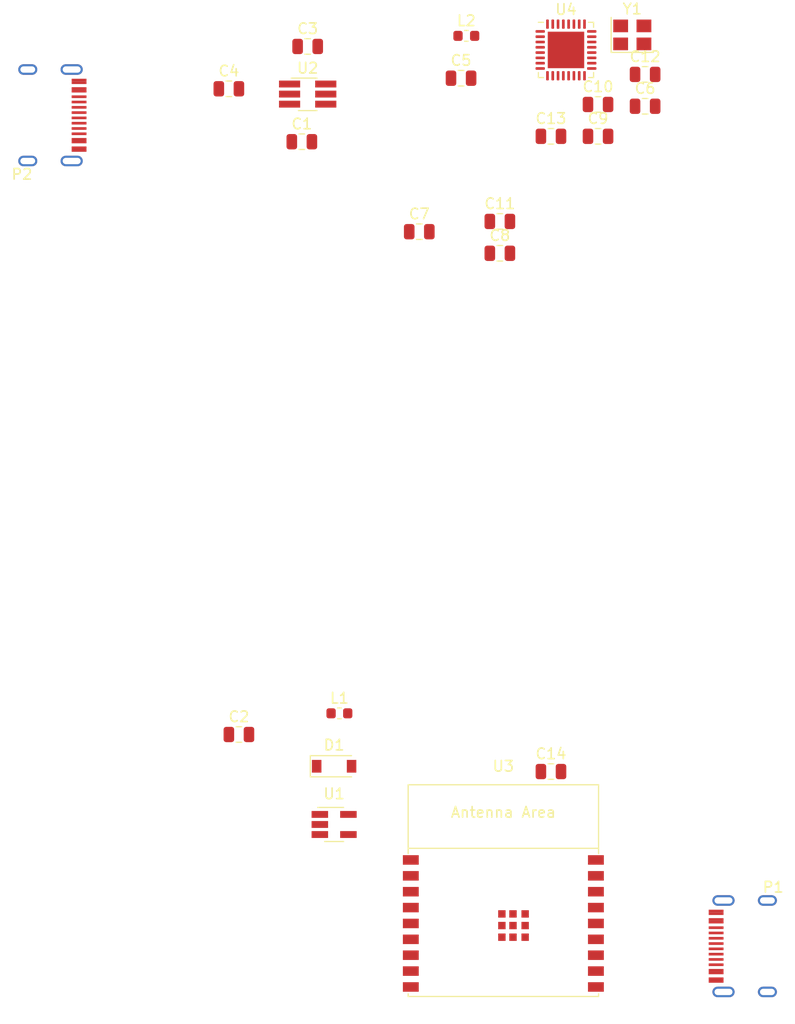
<source format=kicad_pcb>
(kicad_pcb (version 20211014) (generator pcbnew)
  (layers (0 "F.Cu" signal) (31 "B.Cu" signal) (34 "B.Paste" user) (35 "F.Paste" user) (36 "B.SilkS" user "B.Silkscreen") (37 "F.SilkS" user "F.Silkscreen") (38 "B.Mask" user) (39 "F.Mask" user) (44 "Edge.Cuts" user))
  (net 0 "")
  (net 1 "VBUS")
  (net 2 "VSS")
  (net 3 "VAA")
  (net 4 "Net-(C3-Pad1)")
  (net 5 "Net-(C3-Pad2)")
  (net 6 "VCC")
  (net 7 "Net-(C5-Pad2)")
  (net 8 "Net-(C8-Pad2)")
  (net 9 "Net-(C12-Pad1)")
  (net 10 "Net-(D1-Pad2)")
  (net 11 "+5V")
  (net 13 "D2+")
  (net 14 "D2-")
  (net 19 "D1+")
  (net 20 "D1-")
  (net 25 "GPIOB9")
  (net 26 "GPIOB8")
  (net 27 "GPIOB7")
  (net 28 "GPIOB6")
  (net 29 "GPIOB5")
  (net 30 "GPIOB4")
  (net 31 "EN2")
  (net 32 "GPIOB10")
  (net 33 "GPIOB20")
  (net 34 "GPIOB21")
  (net 35 "GPIOB3")
  (net 36 "GPIOB2")
  (net 37 "GPIOB1")
  (net 38 "GPIOB03")
  (net 39 "LNA")
  (net 40 "GPIO0")
  (net 41 "GPIO1")
  (net 42 "GPIO2")
  (net 43 "EN")
  (net 44 "GPIO3")
  (net 45 "GPIO4")
  (net 46 "GPIO5")
  (net 47 "GPIO6")
  (net 48 "GPIO7")
  (net 49 "GPIO8")
  (net 50 "Boot")
  (net 51 "GPIO10")
  (net 52 "GPIO11")
  (net 53 "GPIO12")
  (net 54 "GPIO13")
  (net 55 "GPIO14")
  (net 56 "GPIO15")
  (net 57 "GPIO16")
  (net 58 "GPIO17")
  (net 59 "GPIO20")
  (net 60 "GPIO21")
  (footprint "Capacitor_SMD:C_0805_2012Metric" (layer "F.Cu") (at 175.67 63.53)
    (fp_text reference "C11" (at 0 -1.68) (layer "F.SilkS"))
    (fp_text value "10nF")
    (fp_line (start -0.261252 -0.735) (end 0.261252 -0.735) (layer "F.SilkS") (width 0.12))
    (fp_line (start -0.261252 0.735) (end 0.261252 0.735) (layer "F.SilkS") (width 0.12))
    (pad "1" smd roundrect (at -0.95 0) (size 1 1.45) (layers "F.Cu" "F.Paste" "F.Mask") (net 6 "VCC"))
    (pad "2" smd roundrect (at 0.95 0) (size 1 1.45) (layers "F.Cu" "F.Paste" "F.Mask") (net 2 "VSS"))
  )
  (footprint "Inductor_SMD:L_0603_1608Metric" (layer "F.Cu") (at 160.5 110)
    (fp_text reference "L1" (at 0 -1.43) (layer "F.SilkS"))
    (fp_text value "L_Small")
    (fp_line (start -0.162779 0.51) (end 0.162779 0.51) (layer "F.SilkS") (width 0.12))
    (fp_line (start -0.162779 -0.51) (end 0.162779 -0.51) (layer "F.SilkS") (width 0.12))
    (pad "1" smd roundrect (at -0.7875 0) (size 0.875 0.95) (layers "F.Cu" "F.Paste" "F.Mask") (net 11 "+5V"))
    (pad "2" smd roundrect (at 0.7875 0) (size 0.875 0.95) (layers "F.Cu" "F.Paste" "F.Mask") (net 10 "Net-(D1-Pad2)"))
  )
  (footprint "Inductor_SMD:L_0603_1608Metric" (layer "F.Cu") (at 172.5 46)
    (fp_text reference "L2" (at 0 -1.43) (layer "F.SilkS"))
    (fp_text value "2nH")
    (fp_line (start -0.162779 -0.51) (end 0.162779 -0.51) (layer "F.SilkS") (width 0.12))
    (fp_line (start -0.162779 0.51) (end 0.162779 0.51) (layer "F.SilkS") (width 0.12))
    (pad "1" smd roundrect (at -0.7875 0) (size 0.875 0.95) (layers "F.Cu" "F.Paste" "F.Mask") (net 6 "VCC"))
    (pad "2" smd roundrect (at 0.7875 0) (size 0.875 0.95) (layers "F.Cu" "F.Paste" "F.Mask") (net 9 "Net-(C12-Pad1)"))
  )
  (footprint "BadgePirates:USB_C_Receptical-Jing" (layer "F.Cu") (at 196.8125 132 90)
    (fp_text reference "P1" (at 5.575 4.7) (layer "F.SilkS"))
    (fp_text value "USB_C_Plug")
    (pad "" np_thru_hole circle (at 2.89 0.5 90) (size 0.65 0.65) (drill 0.65) (layers *.Cu *.Mask))
    (pad "" np_thru_hole circle (at -2.89 0.5 90) (size 0.65 0.65) (drill 0.65) (layers *.Cu *.Mask))
    (pad "A1" smd rect (at -3.325 -0.7 90) (size 0.25 1.4) (layers "F.Cu" "F.Paste" "F.Mask") (net 2 "VSS"))
    (pad "A4" smd rect (at -2.525 -0.7 90) (size 0.25 1.4) (layers "F.Cu" "F.Paste" "F.Mask") (net 11 "+5V"))
    (pad "A5" smd rect (at -1.25 -0.7 90) (size 0.25 1.4) (layers "F.Cu" "F.Paste" "F.Mask"))
    (pad "A6" smd rect (at -0.25 -0.7 90) (size 0.25 1.4) (layers "F.Cu" "F.Paste" "F.Mask") (net 13 "D2+"))
    (pad "A7" smd rect (at 0.25 -0.7 90) (size 0.25 1.4) (layers "F.Cu" "F.Paste" "F.Mask") (net 14 "D2-"))
    (pad "A8" smd rect (at -1.75 -0.7 90) (size 0.25 1.4) (layers "F.Cu" "F.Paste" "F.Mask"))
    (pad "A9" smd rect (at 2.525 -0.7 90) (size 0.25 1.4) (layers "F.Cu" "F.Paste" "F.Mask") (net 11 "+5V"))
    (pad "A12" smd rect (at 3.325 -0.7 90) (size 0.25 1.4) (layers "F.Cu" "F.Paste" "F.Mask") (net 2 "VSS"))
    (pad "B1" smd rect (at 3.075 -0.7 90) (size 0.25 1.4) (layers "F.Cu" "F.Paste" "F.Mask") (net 2 "VSS"))
    (pad "B4" smd rect (at 2.275 -0.7 90) (size 0.25 1.4) (layers "F.Cu" "F.Paste" "F.Mask") (net 11 "+5V"))
    (pad "B5" smd rect (at 1.75 -0.7 90) (size 0.25 1.4) (layers "F.Cu" "F.Paste" "F.Mask"))
    (pad "B6" smd rect (at 0.75 -0.7 90) (size 0.25 1.4) (layers "F.Cu" "F.Paste" "F.Mask"))
    (pad "B7" smd rect (at -0.75 -0.7 90) (size 0.25 1.4) (layers "F.Cu" "F.Paste" "F.Mask"))
    (pad "B8" smd rect (at 1.25 -0.7 90) (size 0.25 1.4) (layers "F.Cu" "F.Paste" "F.Mask"))
    (pad "B9" smd rect (at -2.275 -0.7 90) (size 0.25 1.4) (layers "F.Cu" "F.Paste" "F.Mask") (net 11 "+5V"))
    (pad "B12" smd rect (at -3.075 -0.7 90) (size 0.25 1.4) (layers "F.Cu" "F.Paste" "F.Mask") (net 2 "VSS"))
    (pad "S1" thru_hole oval (at -4.32 4.15 90) (size 1 1.8) (drill oval 0.6 1.4) (layers *.Cu *.Mask "F.Paste") (net 2 "VSS"))
    (pad "S1" thru_hole oval (at 4.32 0 90) (size 1 2.1) (drill oval 0.6 1.7) (layers *.Cu *.Mask "F.Paste") (net 2 "VSS"))
    (pad "S1" thru_hole oval (at -4.32 0 90) (size 1 2.1) (drill oval 0.6 1.7) (layers *.Cu *.Mask "F.Paste") (net 2 "VSS"))
    (pad "S1" thru_hole oval (at 4.32 4.15 90) (size 1 1.8) (drill oval 0.6 1.4) (layers *.Cu *.Mask "F.Paste") (net 2 "VSS"))
  )
  (footprint "Package_DFN_QFN:QFN-32-1EP_5x5mm_P0.5mm_EP3.45x3.45mm" (layer "F.Cu") (at 181.92 47.33)
    (fp_text reference "U4" (at 0 -3.82) (layer "F.SilkS"))
    (fp_text value "ESP32-C3")
    (fp_line (start 2.135 -2.61) (end 2.61 -2.61) (layer "F.SilkS") (width 0.12))
    (fp_line (start 2.61 -2.61) (end 2.61 -2.135) (layer "F.SilkS") (width 0.12))
    (fp_line (start 2.61 2.61) (end 2.61 2.135) (layer "F.SilkS") (width 0.12))
    (fp_line (start 2.135 2.61) (end 2.61 2.61) (layer "F.SilkS") (width 0.12))
    (fp_line (start -2.61 2.61) (end -2.61 2.135) (layer "F.SilkS") (width 0.12))
    (fp_line (start -2.135 -2.61) (end -2.61 -2.61) (layer "F.SilkS") (width 0.12))
    (fp_line (start -2.135 2.61) (end -2.61 2.61) (layer "F.SilkS") (width 0.12))
    (pad "1" smd roundrect (at -2.4375 -1.75) (size 0.875 0.25) (layers "F.Cu" "F.Paste" "F.Mask") (net 39 "LNA"))
    (pad "2" smd roundrect (at -2.4375 -1.25) (size 0.875 0.25) (layers "F.Cu" "F.Paste" "F.Mask") (net 9 "Net-(C12-Pad1)"))
    (pad "3" smd roundrect (at -2.4375 -0.75) (size 0.875 0.25) (layers "F.Cu" "F.Paste" "F.Mask") (net 9 "Net-(C12-Pad1)"))
    (pad "4" smd roundrect (at -2.4375 -0.25) (size 0.875 0.25) (layers "F.Cu" "F.Paste" "F.Mask") (net 40 "GPIO0"))
    (pad "5" smd roundrect (at -2.4375 0.25) (size 0.875 0.25) (layers "F.Cu" "F.Paste" "F.Mask") (net 41 "GPIO1"))
    (pad "6" smd roundrect (at -2.4375 0.75) (size 0.875 0.25) (layers "F.Cu" "F.Paste" "F.Mask") (net 42 "GPIO2"))
    (pad "7" smd roundrect (at -2.4375 1.25) (size 0.875 0.25) (layers "F.Cu" "F.Paste" "F.Mask") (net 43 "EN"))
    (pad "8" smd roundrect (at -2.4375 1.75) (size 0.875 0.25) (layers "F.Cu" "F.Paste" "F.Mask") (net 44 "GPIO3"))
    (pad "9" smd roundrect (at -1.75 2.4375) (size 0.25 0.875) (layers "F.Cu" "F.Paste" "F.Mask") (net 45 "GPIO4"))
    (pad "10" smd roundrect (at -1.25 2.4375) (size 0.25 0.875) (layers "F.Cu" "F.Paste" "F.Mask") (net 46 "GPIO5"))
    (pad "11" smd roundrect (at -0.75 2.4375) (size 0.25 0.875) (layers "F.Cu" "F.Paste" "F.Mask") (net 6 "VCC"))
    (pad "12" smd roundrect (at -0.25 2.4375) (size 0.25 0.875) (layers "F.Cu" "F.Paste" "F.Mask") (net 47 "GPIO6"))
    (pad "13" smd roundrect (at 0.25 2.4375) (size 0.25 0.875) (layers "F.Cu" "F.Paste" "F.Mask") (net 48 "GPIO7"))
    (pad "14" smd roundrect (at 0.75 2.4375) (size 0.25 0.875) (layers "F.Cu" "F.Paste" "F.Mask") (net 49 "GPIO8"))
    (pad "15" smd roundrect (at 1.25 2.4375) (size 0.25 0.875) (layers "F.Cu" "F.Paste" "F.Mask") (net 50 "Boot"))
    (pad "16" smd roundrect (at 1.75 2.4375) (size 0.25 0.875) (layers "F.Cu" "F.Paste" "F.Mask") (net 51 "GPIO10"))
    (pad "17" smd roundrect (at 2.4375 1.75) (size 0.875 0.25) (layers "F.Cu" "F.Paste" "F.Mask") (net 6 "VCC"))
    (pad "18" smd roundrect (at 2.4375 1.25) (size 0.875 0.25) (layers "F.Cu" "F.Paste" "F.Mask") (net 52 "GPIO11"))
    (pad "19" smd roundrect (at 2.4375 0.75) (size 0.875 0.25) (layers "F.Cu" "F.Paste" "F.Mask") (net 53 "GPIO12"))
    (pad "20" smd roundrect (at 2.4375 0.25) (size 0.875 0.25) (layers "F.Cu" "F.Paste" "F.Mask") (net 54 "GPIO13"))
    (pad "21" smd roundrect (at 2.4375 -0.25) (size 0.875 0.25) (layers "F.Cu" "F.Paste" "F.Mask") (net 55 "GPIO14"))
    (pad "22" smd roundrect (at 2.4375 -0.75) (size 0.875 0.25) (layers "F.Cu" "F.Paste" "F.Mask") (net 56 "GPIO15"))
    (pad "23" smd roundrect (at 2.4375 -1.25) (size 0.875 0.25) (layers "F.Cu" "F.Paste" "F.Mask") (net 57 "GPIO16"))
    (pad "24" smd roundrect (at 2.4375 -1.75) (size 0.875 0.25) (layers "F.Cu" "F.Paste" "F.Mask") (net 58 "GPIO17"))
    (pad "25" smd roundrect (at 1.75 -2.4375) (size 0.25 0.875) (layers "F.Cu" "F.Paste" "F.Mask") (net 20 "D1-"))
    (pad "26" smd roundrect (at 1.25 -2.4375) (size 0.25 0.875) (layers "F.Cu" "F.Paste" "F.Mask") (net 19 "D1+"))
    (pad "27" smd roundrect (at 0.75 -2.4375) (size 0.25 0.875) (layers "F.Cu" "F.Paste" "F.Mask") (net 59 "GPIO20"))
    (pad "28" smd roundrect (at 0.25 -2.4375) (size 0.25 0.875) (layers "F.Cu" "F.Paste" "F.Mask") (net 60 "GPIO21"))
    (pad "29" smd roundrect (at -0.25 -2.4375) (size 0.25 0.875) (layers "F.Cu" "F.Paste" "F.Mask") (net 8 "Net-(C8-Pad2)"))
    (pad "30" smd roundrect (at -0.75 -2.4375) (size 0.25 0.875) (layers "F.Cu" "F.Paste" "F.Mask") (net 7 "Net-(C5-Pad2)"))
    (pad "31" smd roundrect (at -1.25 -2.4375) (size 0.25 0.875) (layers "F.Cu" "F.Paste" "F.Mask") (net 6 "VCC"))
    (pad "32" smd roundrect (at -1.75 -2.4375) (size 0.25 0.875) (layers "F.Cu" "F.Paste" "F.Mask") (net 6 "VCC"))
    (pad "33" smd rect (at 0 0) (size 3.45 3.45) (layers "F.Cu" "F.Mask") (net 2 "VSS"))
  )
  (footprint "BadgePirates:USB_C_Receptical-Jing" (layer "F.Cu") (at 135.1875 53.5 -90)
    (fp_text reference "P2" (at 5.575 4.7) (layer "F.SilkS"))
    (fp_text value "USB_C_Plug")
    (pad "" np_thru_hole circle (at 2.89 0.5 270) (size 0.65 0.65) (drill 0.65) (layers *.Cu *.Mask))
    (pad "" np_thru_hole circle (at -2.89 0.5 270) (size 0.65 0.65) (drill 0.65) (layers *.Cu *.Mask))
    (pad "A1" smd rect (at -3.325 -0.7 270) (size 0.25 1.4) (layers "F.Cu" "F.Paste" "F.Mask") (net 2 "VSS"))
    (pad "A4" smd rect (at -2.525 -0.7 270) (size 0.25 1.4) (layers "F.Cu" "F.Paste" "F.Mask") (net 1 "VBUS"))
    (pad "A5" smd rect (at -1.25 -0.7 270) (size 0.25 1.4) (layers "F.Cu" "F.Paste" "F.Mask"))
    (pad "A6" smd rect (at -0.25 -0.7 270) (size 0.25 1.4) (layers "F.Cu" "F.Paste" "F.Mask") (net 19 "D1+"))
    (pad "A7" smd rect (at 0.25 -0.7 270) (size 0.25 1.4) (layers "F.Cu" "F.Paste" "F.Mask") (net 20 "D1-"))
    (pad "A8" smd rect (at -1.75 -0.7 270) (size 0.25 1.4) (layers "F.Cu" "F.Paste" "F.Mask"))
    (pad "A9" smd rect (at 2.525 -0.7 270) (size 0.25 1.4) (layers "F.Cu" "F.Paste" "F.Mask") (net 1 "VBUS"))
    (pad "A12" smd rect (at 3.325 -0.7 270) (size 0.25 1.4) (layers "F.Cu" "F.Paste" "F.Mask") (net 2 "VSS"))
    (pad "B1" smd rect (at 3.075 -0.7 270) (size 0.25 1.4) (layers "F.Cu" "F.Paste" "F.Mask") (net 2 "VSS"))
    (pad "B4" smd rect (at 2.275 -0.7 270) (size 0.25 1.4) (layers "F.Cu" "F.Paste" "F.Mask") (net 1 "VBUS"))
    (pad "B5" smd rect (at 1.75 -0.7 270) (size 0.25 1.4) (layers "F.Cu" "F.Paste" "F.Mask"))
    (pad "B6" smd rect (at 0.75 -0.7 270) (size 0.25 1.4) (layers "F.Cu" "F.Paste" "F.Mask"))
    (pad "B7" smd rect (at -0.75 -0.7 270) (size 0.25 1.4) (layers "F.Cu" "F.Paste" "F.Mask"))
    (pad "B8" smd rect (at 1.25 -0.7 270) (size 0.25 1.4) (layers "F.Cu" "F.Paste" "F.Mask"))
    (pad "B9" smd rect (at -2.275 -0.7 270) (size 0.25 1.4) (layers "F.Cu" "F.Paste" "F.Mask") (net 1 "VBUS"))
    (pad "B12" smd rect (at -3.075 -0.7 270) (size 0.25 1.4) (layers "F.Cu" "F.Paste" "F.Mask") (net 2 "VSS"))
    (pad "S1" thru_hole oval (at 4.32 4.15 270) (size 1 1.8) (drill oval 0.6 1.4) (layers *.Cu *.Mask "F.Paste") (net 2 "VSS"))
    (pad "S1" thru_hole oval (at -4.32 4.15 270) (size 1 1.8) (drill oval 0.6 1.4) (layers *.Cu *.Mask "F.Paste") (net 2 "VSS"))
    (pad "S1" thru_hole oval (at -4.32 0 270) (size 1 2.1) (drill oval 0.6 1.7) (layers *.Cu *.Mask "F.Paste") (net 2 "VSS"))
    (pad "S1" thru_hole oval (at 4.32 0 270) (size 1 2.1) (drill oval 0.6 1.7) (layers *.Cu *.Mask "F.Paste") (net 2 "VSS"))
  )
  (footprint "Diode_SMD:D_SOD-123" (layer "F.Cu") (at 160 115)
    (fp_text reference "D1" (at 0 -2) (layer "F.SilkS"))
    (fp_text value "Schottky")
    (fp_line (start -2.25 1) (end 1.65 1) (layer "F.SilkS") (width 0.12))
    (fp_line (start -2.25 -1) (end -2.25 1) (layer "F.SilkS") (width 0.12))
    (fp_line (start -2.25 -1) (end 1.65 -1) (layer "F.SilkS") (width 0.12))
    (pad "1" smd rect (at -1.65 0) (size 0.9 1.2) (layers "F.Cu" "F.Paste" "F.Mask") (net 3 "VAA"))
    (pad "2" smd rect (at 1.65 0) (size 0.9 1.2) (layers "F.Cu" "F.Paste" "F.Mask") (net 10 "Net-(D1-Pad2)"))
  )
  (footprint "Capacitor_SMD:C_0805_2012Metric" (layer "F.Cu") (at 157.5 47)
    (fp_text reference "C3" (at 0 -1.68) (layer "F.SilkS"))
    (fp_text value "2.2uF")
    (fp_line (start -0.261252 -0.735) (end 0.261252 -0.735) (layer "F.SilkS") (width 0.12))
    (fp_line (start -0.261252 0.735) (end 0.261252 0.735) (layer "F.SilkS") (width 0.12))
    (pad "1" smd roundrect (at -0.95 0) (size 1 1.45) (layers "F.Cu" "F.Paste" "F.Mask") (net 4 "Net-(C3-Pad1)"))
    (pad "2" smd roundrect (at 0.95 0) (size 1 1.45) (layers "F.Cu" "F.Paste" "F.Mask") (net 5 "Net-(C3-Pad2)"))
  )
  (footprint "Capacitor_SMD:C_0805_2012Metric" (layer "F.Cu") (at 184.95 52.48)
    (fp_text reference "C10" (at 0 -1.68) (layer "F.SilkS"))
    (fp_text value "100nF")
    (fp_line (start -0.261252 -0.735) (end 0.261252 -0.735) (layer "F.SilkS") (width 0.12))
    (fp_line (start -0.261252 0.735) (end 0.261252 0.735) (layer "F.SilkS") (width 0.12))
    (pad "1" smd roundrect (at -0.95 0) (size 1 1.45) (layers "F.Cu" "F.Paste" "F.Mask") (net 6 "VCC"))
    (pad "2" smd roundrect (at 0.95 0) (size 1 1.45) (layers "F.Cu" "F.Paste" "F.Mask") (net 2 "VSS"))
  )
  (footprint "Capacitor_SMD:C_0805_2012Metric" (layer "F.Cu") (at 151 112)
    (fp_text reference "C2" (at 0 -1.68) (layer "F.SilkS"))
    (fp_text value "47uF")
    (fp_line (start -0.261252 0.735) (end 0.261252 0.735) (layer "F.SilkS") (width 0.12))
    (fp_line (start -0.261252 -0.735) (end 0.261252 -0.735) (layer "F.SilkS") (width 0.12))
    (pad "1" smd roundrect (at -0.95 0) (size 1 1.45) (layers "F.Cu" "F.Paste" "F.Mask") (net 2 "VSS"))
    (pad "2" smd roundrect (at 0.95 0) (size 1 1.45) (layers "F.Cu" "F.Paste" "F.Mask") (net 3 "VAA"))
  )
  (footprint "Capacitor_SMD:C_0805_2012Metric" (layer "F.Cu") (at 168.05 64.5)
    (fp_text reference "C7" (at 0 -1.68) (layer "F.SilkS"))
    (fp_text value "1uF")
    (fp_line (start -0.261252 -0.735) (end 0.261252 -0.735) (layer "F.SilkS") (width 0.12))
    (fp_line (start -0.261252 0.735) (end 0.261252 0.735) (layer "F.SilkS") (width 0.12))
    (pad "1" smd roundrect (at -0.95 0) (size 1 1.45) (layers "F.Cu" "F.Paste" "F.Mask") (net 6 "VCC"))
    (pad "2" smd roundrect (at 0.95 0) (size 1 1.45) (layers "F.Cu" "F.Paste" "F.Mask") (net 2 "VSS"))
  )
  (footprint "Capacitor_SMD:C_0805_2012Metric" (layer "F.Cu") (at 180.5 55.49)
    (fp_text reference "C13" (at 0 -1.68) (layer "F.SilkS"))
    (fp_text value "100nF")
    (fp_line (start -0.261252 0.735) (end 0.261252 0.735) (layer "F.SilkS") (width 0.12))
    (fp_line (start -0.261252 -0.735) (end 0.261252 -0.735) (layer "F.SilkS") (width 0.12))
    (pad "1" smd roundrect (at -0.95 0) (size 1 1.45) (layers "F.Cu" "F.Paste" "F.Mask") (net 6 "VCC"))
    (pad "2" smd roundrect (at 0.95 0) (size 1 1.45) (layers "F.Cu" "F.Paste" "F.Mask") (net 2 "VSS"))
  )
  (footprint "Capacitor_SMD:C_0805_2012Metric" (layer "F.Cu") (at 156.95 56)
    (fp_text reference "C1" (at 0 -1.68) (layer "F.SilkS"))
    (fp_text value "10uF")
    (fp_line (start -0.261252 0.735) (end 0.261252 0.735) (layer "F.SilkS") (width 0.12))
    (fp_line (start -0.261252 -0.735) (end 0.261252 -0.735) (layer "F.SilkS") (width 0.12))
    (pad "1" smd roundrect (at -0.95 0) (size 1 1.45) (layers "F.Cu" "F.Paste" "F.Mask") (net 1 "VBUS"))
    (pad "2" smd roundrect (at 0.95 0) (size 1 1.45) (layers "F.Cu" "F.Paste" "F.Mask") (net 2 "VSS"))
  )
  (footprint "Capacitor_SMD:C_0805_2012Metric" (layer "F.Cu") (at 172 50)
    (fp_text reference "C5" (at 0 -1.68) (layer "F.SilkS"))
    (fp_text value "C_Small")
    (fp_line (start -0.261252 -0.735) (end 0.261252 -0.735) (layer "F.SilkS") (width 0.12))
    (fp_line (start -0.261252 0.735) (end 0.261252 0.735) (layer "F.SilkS") (width 0.12))
    (pad "1" smd roundrect (at -0.95 0) (size 1 1.45) (layers "F.Cu" "F.Paste" "F.Mask") (net 2 "VSS"))
    (pad "2" smd roundrect (at 0.95 0) (size 1 1.45) (layers "F.Cu" "F.Paste" "F.Mask") (net 7 "Net-(C5-Pad2)"))
  )
  (footprint "Package_TO_SOT_SMD:SOT-23-5_HandSoldering" (layer "F.Cu") (at 160 120.5)
    (fp_text reference "U1" (at 0 -2.9) (layer "F.SilkS"))
    (fp_text value "RN5RK331A")
    (fp_line (start 0.9 -1.61) (end -1.55 -1.61) (layer "F.SilkS") (width 0.12))
    (fp_line (start -0.9 1.61) (end 0.9 1.61) (layer "F.SilkS") (width 0.12))
    (pad "1" smd rect (at -1.35 -0.95) (size 1.56 0.65) (layers "F.Cu" "F.Paste" "F.Mask") (net 3 "VAA"))
    (pad "2" smd rect (at -1.35 0) (size 1.56 0.65) (layers "F.Cu" "F.Paste" "F.Mask") (net 3 "VAA"))
    (pad "3" smd rect (at -1.35 0.95) (size 1.56 0.65) (layers "F.Cu" "F.Paste" "F.Mask"))
    (pad "4" smd rect (at 1.35 0.95) (size 1.56 0.65) (layers "F.Cu" "F.Paste" "F.Mask") (net 2 "VSS"))
    (pad "5" smd rect (at 1.35 -0.95) (size 1.56 0.65) (layers "F.Cu" "F.Paste" "F.Mask") (net 10 "Net-(D1-Pad2)"))
  )
  (footprint "Capacitor_SMD:C_0805_2012Metric" (layer "F.Cu") (at 175.67 66.54)
    (fp_text reference "C8" (at 0 -1.68) (layer "F.SilkS"))
    (fp_text value "C_Small")
    (fp_line (start -0.261252 0.735) (end 0.261252 0.735) (layer "F.SilkS") (width 0.12))
    (fp_line (start -0.261252 -0.735) (end 0.261252 -0.735) (layer "F.SilkS") (width 0.12))
    (pad "1" smd roundrect (at -0.95 0) (size 1 1.45) (layers "F.Cu" "F.Paste" "F.Mask") (net 2 "VSS"))
    (pad "2" smd roundrect (at 0.95 0) (size 1 1.45) (layers "F.Cu" "F.Paste" "F.Mask") (net 8 "Net-(C8-Pad2)"))
  )
  (footprint "Capacitor_SMD:C_0805_2012Metric" (layer "F.Cu") (at 189.4 52.65)
    (fp_text reference "C6" (at 0 -1.68) (layer "F.SilkS"))
    (fp_text value "10uF")
    (fp_line (start -0.261252 0.735) (end 0.261252 0.735) (layer "F.SilkS") (width 0.12))
    (fp_line (start -0.261252 -0.735) (end 0.261252 -0.735) (layer "F.SilkS") (width 0.12))
    (pad "1" smd roundrect (at -0.95 0) (size 1 1.45) (layers "F.Cu" "F.Paste" "F.Mask") (net 6 "VCC"))
    (pad "2" smd roundrect (at 0.95 0) (size 1 1.45) (layers "F.Cu" "F.Paste" "F.Mask") (net 2 "VSS"))
  )
  (footprint "Package_TO_SOT_SMD:TSOT-23-6_HandSoldering" (layer "F.Cu") (at 157.5 51.5)
    (fp_text reference "U2" (at 0 -2.45) (layer "F.SilkS"))
    (fp_text value "XDS_TX4310B")
    (fp_line (start -0.88 1.56) (end 0.88 1.56) (layer "F.SilkS") (width 0.12))
    (fp_line (start 0.88 -1.51) (end -1.55 -1.51) (layer "F.SilkS") (width 0.12))
    (pad "1" smd rect (at -1.71 -0.95) (size 2 0.65) (layers "F.Cu" "F.Paste" "F.Mask") (net 6 "VCC"))
    (pad "2" smd rect (at -1.71 0) (size 2 0.65) (layers "F.Cu" "F.Paste" "F.Mask") (net 2 "VSS"))
    (pad "3" smd rect (at -1.71 0.95) (size 2 0.65) (layers "F.Cu" "F.Paste" "F.Mask") (net 1 "VBUS"))
    (pad "4" smd rect (at 1.71 0.95) (size 2 0.65) (layers "F.Cu" "F.Paste" "F.Mask") (net 5 "Net-(C3-Pad2)"))
    (pad "5" smd rect (at 1.71 0) (size 2 0.65) (layers "F.Cu" "F.Paste" "F.Mask") (net 1 "VBUS"))
    (pad "6" smd rect (at 1.71 -0.95) (size 2 0.65) (layers "F.Cu" "F.Paste" "F.Mask") (net 4 "Net-(C3-Pad1)"))
  )
  (footprint "Capacitor_SMD:C_0805_2012Metric" (layer "F.Cu") (at 189.4 49.64)
    (fp_text reference "C12" (at 0 -1.68) (layer "F.SilkS"))
    (fp_text value "100nF")
    (fp_line (start -0.261252 -0.735) (end 0.261252 -0.735) (layer "F.SilkS") (width 0.12))
    (fp_line (start -0.261252 0.735) (end 0.261252 0.735) (layer "F.SilkS") (width 0.12))
    (pad "1" smd roundrect (at -0.95 0) (size 1 1.45) (layers "F.Cu" "F.Paste" "F.Mask") (net 9 "Net-(C12-Pad1)"))
    (pad "2" smd roundrect (at 0.95 0) (size 1 1.45) (layers "F.Cu" "F.Paste" "F.Mask") (net 2 "VSS"))
  )
  (footprint "Capacitor_SMD:C_0805_2012Metric" (layer "F.Cu") (at 184.95 55.49)
    (fp_text reference "C9" (at 0 -1.68) (layer "F.SilkS"))
    (fp_text value "100nF")
    (fp_line (start -0.261252 -0.735) (end 0.261252 -0.735) (layer "F.SilkS") (width 0.12))
    (fp_line (start -0.261252 0.735) (end 0.261252 0.735) (layer "F.SilkS") (width 0.12))
    (pad "1" smd roundrect (at -0.95 0) (size 1 1.45) (layers "F.Cu" "F.Paste" "F.Mask") (net 6 "VCC"))
    (pad "2" smd roundrect (at 0.95 0) (size 1 1.45) (layers "F.Cu" "F.Paste" "F.Mask") (net 2 "VSS"))
  )
  (footprint "Crystal:Crystal_SMD_3225-4Pin_3.2x2.5mm" (layer "F.Cu") (at 188.19 45.91)
    (fp_text reference "Y1" (at 0 -2.45) (layer "F.SilkS"))
    (fp_text value "40MHz")
    (fp_line (start -2 1.65) (end 2 1.65) (layer "F.SilkS") (width 0.12))
    (fp_line (start -2 -1.65) (end -2 1.65) (layer "F.SilkS") (width 0.12))
    (pad "1" smd rect (at -1.1 0.85) (size 1.4 1.2) (layers "F.Cu" "F.Paste" "F.Mask") (net 7 "Net-(C5-Pad2)"))
    (pad "2" smd rect (at 1.1 0.85) (size 1.4 1.2) (layers "F.Cu" "F.Paste" "F.Mask") (net 2 "VSS"))
    (pad "3" smd rect (at 1.1 -0.85) (size 1.4 1.2) (layers "F.Cu" "F.Paste" "F.Mask") (net 8 "Net-(C8-Pad2)"))
    (pad "4" smd rect (at -1.1 -0.85) (size 1.4 1.2) (layers "F.Cu" "F.Paste" "F.Mask") (net 2 "VSS"))
  )
  (footprint "Capacitor_SMD:C_0805_2012Metric" (layer "F.Cu") (at 150.05 51)
    (fp_text reference "C4" (at 0 -1.68) (layer "F.SilkS"))
    (fp_text value "10uF")
    (fp_line (start -0.261252 -0.735) (end 0.261252 -0.735) (layer "F.SilkS") (width 0.12))
    (fp_line (start -0.261252 0.735) (end 0.261252 0.735) (layer "F.SilkS") (width 0.12))
    (pad "1" smd roundrect (at -0.95 0) (size 1 1.45) (layers "F.Cu" "F.Paste" "F.Mask") (net 6 "VCC"))
    (pad "2" smd roundrect (at 0.95 0) (size 1 1.45) (layers "F.Cu" "F.Paste" "F.Mask") (net 2 "VSS"))
  )
  (footprint "Capacitor_SMD:C_0805_2012Metric" (layer "F.Cu") (at 180.5 115.5)
    (fp_text reference "C14" (at 0 -1.68) (layer "F.SilkS"))
    (fp_text value "C_Small")
    (fp_line (start -0.261252 0.735) (end 0.261252 0.735) (layer "F.SilkS") (width 0.12))
    (fp_line (start -0.261252 -0.735) (end 0.261252 -0.735) (layer "F.SilkS") (width 0.12))
    (pad "1" smd roundrect (at -0.95 0) (size 1 1.45) (layers "F.Cu" "F.Paste" "F.Mask") (net 3 "VAA"))
    (pad "2" smd roundrect (at 0.95 0) (size 1 1.45) (layers "F.Cu" "F.Paste" "F.Mask") (net 2 "VSS"))
  )
  (footprint "Espressif:ESP32-C3-WROOM-02" (layer "F.Cu") (at 176 128)
    (fp_text reference "U3" (at 0 -13) (layer "F.SilkS"))
    (fp_text value "ESP32-C3-WROOM-02")
    (fp_text user "Antenna Area" (at 0 -8.65) (layer "F.SilkS"))
    (fp_line (start 9 8.75) (end -9 8.75) (layer "F.SilkS") (width 0.12))
    (fp_line (start 9 8.5) (end 9 8.75) (layer "F.SilkS") (width 0.12))
    (fp_line (start -9 8.75) (end -9 8.5) (layer "F.SilkS") (width 0.12))
    (fp_line (start -9 -11.25) (end 9 -11.25) (layer "F.SilkS") (width 0.12))
    (fp_line (start -9 -11.25) (end -9 -4.75) (layer "F.SilkS") (width 0.12))
    (fp_line (start 9 -11.25) (end 9 -4.75) (layer "F.SilkS") (width 0.12))
    (fp_line (start 9 -5.25) (end -8.95 -5.25) (layer "F.SilkS") (width 0.12))
    (pad "1" smd rect locked (at -8.75 -4.15) (size 1.5 0.9) (layers "F.Cu" "F.Paste" "F.Mask") (net 3 "VAA"))
    (pad "2" smd rect locked (at -8.75 -2.65) (size 1.5 0.9) (layers "F.Cu" "F.Paste" "F.Mask") (net 31 "EN2"))
    (pad "3" smd rect locked (at -8.75 -1.15) (size 1.5 0.9) (layers "F.Cu" "F.Paste" "F.Mask") (net 30 "GPIOB4"))
    (pad "4" smd rect locked (at -8.75 0.35) (size 1.5 0.9) (layers "F.Cu" "F.Paste" "F.Mask") (net 29 "GPIOB5"))
    (pad "5" smd rect locked (at -8.75 1.85) (size 1.5 0.9) (layers "F.Cu" "F.Paste" "F.Mask") (net 28 "GPIOB6"))
    (pad "6" smd rect locked (at -8.75 3.35) (size 1.5 0.9) (layers "F.Cu" "F.Paste" "F.Mask") (net 27 "GPIOB7"))
    (pad "7" smd rect locked (at -8.75 4.85) (size 1.5 0.9) (layers "F.Cu" "F.Paste" "F.Mask") (net 26 "GPIOB8"))
    (pad "8" smd rect locked (at -8.75 6.35) (size 1.5 0.9) (layers "F.Cu" "F.Paste" "F.Mask") (net 25 "GPIOB9"))
    (pad "9" smd rect locked (at -8.75 7.85) (size 1.5 0.9) (layers "F.Cu" "F.Paste" "F.Mask") (net 2 "VSS"))
    (pad "10" smd rect locked (at 8.75 7.85 180) (size 1.5 0.9) (layers "F.Cu" "F.Paste" "F.Mask") (net 32 "GPIOB10"))
    (pad "11" smd rect locked (at 8.75 6.35 180) (size 1.5 0.9) (layers "F.Cu" "F.Paste" "F.Mask") (net 33 "GPIOB20"))
    (pad "12" smd rect locked (at 8.75 4.85 180) (size 1.5 0.9) (layers "F.Cu" "F.Paste" "F.Mask") (net 34 "GPIOB21"))
    (pad "13" smd rect locked (at 8.75 3.35 180) (size 1.5 0.9) (layers "F.Cu" "F.Paste" "F.Mask") (net 14 "D2-"))
    (pad "14" smd rect locked (at 8.75 1.85 180) (size 1.5 0.9) (layers "F.Cu" "F.Paste" "F.Mask") (net 13 "D2+"))
    (pad "15" smd rect locked (at 8.75 0.35 180) (size 1.5 0.9) (layers "F.Cu" "F.Paste" "F.Mask") (net 35 "GPIOB3"))
    (pad "16" smd rect locked (at 8.75 -1.15 180) (size 1.5 0.9) (layers "F.Cu" "F.Paste" "F.Mask") (net 36 "GPIOB2"))
    (pad "17" smd rect locked (at 8.75 -2.65 180) (size 1.5 0.9) (layers "F.Cu" "F.Paste" "F.Mask") (net 37 "GPIOB1"))
    (pad "18" smd rect locked (at 8.75 -4.15 180) (size 1.5 0.9) (layers "F.Cu" "F.Paste" "F.Mask") (net 38 "GPIOB03"))
    (pad "19" smd rect locked (at 2.06 2.05 180) (size 0.7 0.7) (layers "F.Cu" "F.Paste" "F.Mask") (net 2 "VSS"))
    (pad "19" smd rect locked (at 0.91 3.15 180) (size 0.7 0.7) (layers "F.Cu" "F.Paste" "F.Mask") (net 2 "VSS"))
    (pad "19" smd rect locked (at -0.14 2.05 180) (size 0.7 0.7) (layers "F.Cu" "F.Paste" "F.Mask") (net 2 "VSS"))
    (pad "19" smd rect locked (at 2.06 3.15 180) (size 0.7 0.7) (layers "F.Cu" "F.Paste" "F.Mask") (net 2 "VSS"))
    (pad "19" smd rect locked (at -0.14 0.95 180) (size 0.7 0.7) (layers "F.Cu" "F.Paste" "F.Mask") (net 2 "VSS"))
    (pad "19" smd rect locked (at 2.06 0.95 180) (size 0.7 0.7) (layers "F.Cu" "F.Paste" "F.Mask") (net 2 "VSS"))
    (pad "19" smd rect locked (at 0.91 0.95 180) (size 0.7 0.7) (layers "F.Cu" "F.Paste" "F.Mask") (net 2 "VSS"))
    (pad "19" smd rect locked (at -0.14 3.15 180) (size 0.7 0.7) (layers "F.Cu" "F.Paste" "F.Mask") (net 2 "VSS"))
    (pad "19" smd rect locked (at 0.91 2.05 180) (size 0.7 0.7) (layers "F.Cu" "F.Paste" "F.Mask") (net 2 "VSS"))
  )
)
</source>
